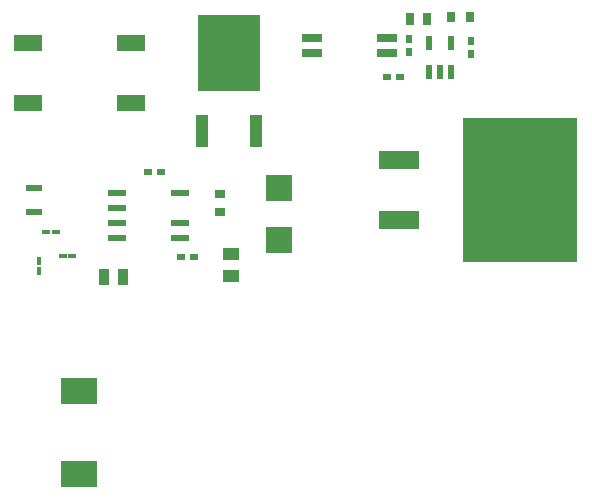
<source format=gtp>
G04*
G04 #@! TF.GenerationSoftware,Altium Limited,Altium Designer,22.2.1 (43)*
G04*
G04 Layer_Color=8421504*
%FSLAX23Y23*%
%MOIN*%
G70*
G04*
G04 #@! TF.SameCoordinates,8410DD60-BE5F-4665-B969-63B9D7D5DCD7*
G04*
G04*
G04 #@! TF.FilePolarity,Positive*
G04*
G01*
G75*
%ADD15R,0.058X0.024*%
%ADD16R,0.065X0.026*%
%ADD17R,0.030X0.024*%
%ADD18R,0.024X0.047*%
%ADD19R,0.031X0.037*%
%ADD20R,0.024X0.030*%
%ADD21R,0.031X0.039*%
%ADD22R,0.061X0.024*%
%ADD23R,0.093X0.053*%
%ADD24R,0.039X0.108*%
%ADD25R,0.209X0.256*%
%ADD26R,0.037X0.031*%
%ADD27R,0.384X0.480*%
%ADD28R,0.138X0.063*%
%ADD29R,0.122X0.087*%
%ADD30R,0.085X0.087*%
%ADD31R,0.036X0.057*%
%ADD32R,0.016X0.025*%
%ADD33R,0.025X0.016*%
%ADD34R,0.055X0.039*%
D15*
X185Y1211D02*
D03*
Y1289D02*
D03*
D16*
X1109Y1740D02*
D03*
Y1790D02*
D03*
X1361D02*
D03*
Y1740D02*
D03*
D17*
X1403Y1660D02*
D03*
X1360D02*
D03*
X563Y1345D02*
D03*
X607D02*
D03*
X717Y1060D02*
D03*
X673D02*
D03*
D18*
X1500Y1677D02*
D03*
X1537D02*
D03*
X1575D02*
D03*
Y1775D02*
D03*
X1500D02*
D03*
D19*
X1636Y1860D02*
D03*
X1574D02*
D03*
D20*
X1640Y1782D02*
D03*
Y1738D02*
D03*
X1435Y1787D02*
D03*
Y1743D02*
D03*
D21*
X1493Y1855D02*
D03*
X1437D02*
D03*
D22*
X459Y1275D02*
D03*
Y1225D02*
D03*
Y1175D02*
D03*
Y1125D02*
D03*
X671D02*
D03*
Y1175D02*
D03*
Y1275D02*
D03*
D23*
X164Y1775D02*
D03*
Y1575D02*
D03*
X506D02*
D03*
Y1775D02*
D03*
D24*
X745Y1482D02*
D03*
X925D02*
D03*
D25*
X835Y1740D02*
D03*
D26*
X805Y1209D02*
D03*
Y1271D02*
D03*
D27*
X1805Y1285D02*
D03*
D28*
X1400Y1385D02*
D03*
Y1185D02*
D03*
D29*
X335Y337D02*
D03*
Y613D02*
D03*
D30*
X1000Y1292D02*
D03*
Y1118D02*
D03*
D31*
X418Y995D02*
D03*
X482D02*
D03*
D32*
X200Y1046D02*
D03*
Y1014D02*
D03*
D33*
X279Y1065D02*
D03*
X311D02*
D03*
X256Y1145D02*
D03*
X224D02*
D03*
D34*
X840Y1072D02*
D03*
Y998D02*
D03*
M02*

</source>
